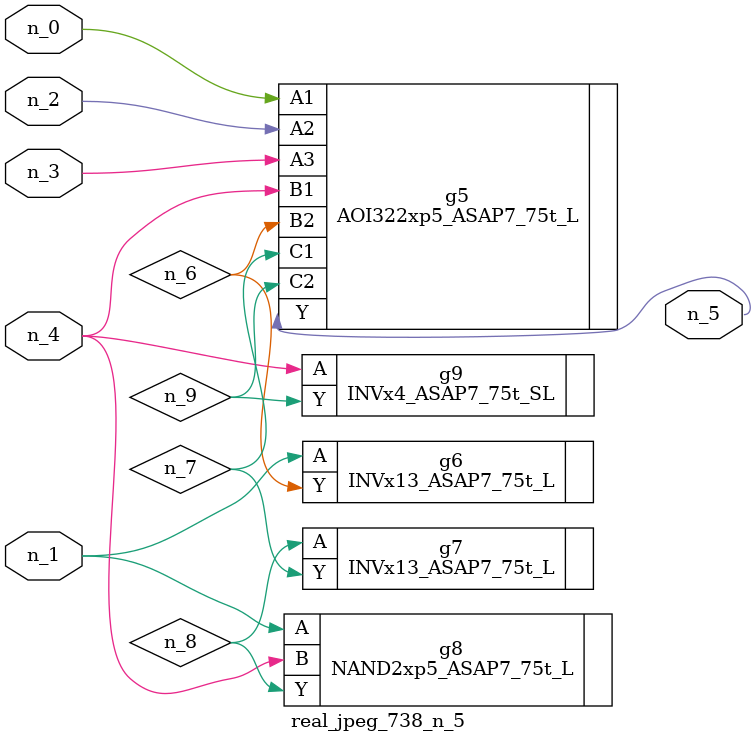
<source format=v>
module real_jpeg_738_n_5 (n_4, n_0, n_1, n_2, n_3, n_5);

input n_4;
input n_0;
input n_1;
input n_2;
input n_3;

output n_5;

wire n_8;
wire n_6;
wire n_7;
wire n_9;

AOI322xp5_ASAP7_75t_L g5 ( 
.A1(n_0),
.A2(n_2),
.A3(n_3),
.B1(n_4),
.B2(n_6),
.C1(n_7),
.C2(n_9),
.Y(n_5)
);

INVx13_ASAP7_75t_L g6 ( 
.A(n_1),
.Y(n_6)
);

NAND2xp5_ASAP7_75t_L g8 ( 
.A(n_1),
.B(n_4),
.Y(n_8)
);

INVx4_ASAP7_75t_SL g9 ( 
.A(n_4),
.Y(n_9)
);

INVx13_ASAP7_75t_L g7 ( 
.A(n_8),
.Y(n_7)
);


endmodule
</source>
